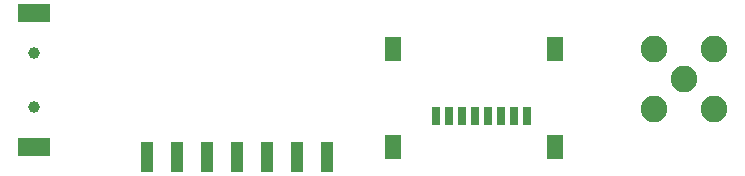
<source format=gbr>
%TF.GenerationSoftware,KiCad,Pcbnew,(5.1.9)-1*%
%TF.CreationDate,2021-02-04T12:19:42+01:00*%
%TF.ProjectId,DynaLoRa_Dongle,44796e61-4c6f-4526-915f-446f6e676c65,rev?*%
%TF.SameCoordinates,Original*%
%TF.FileFunction,Soldermask,Bot*%
%TF.FilePolarity,Negative*%
%FSLAX46Y46*%
G04 Gerber Fmt 4.6, Leading zero omitted, Abs format (unit mm)*
G04 Created by KiCad (PCBNEW (5.1.9)-1) date 2021-02-04 12:19:42*
%MOMM*%
%LPD*%
G01*
G04 APERTURE LIST*
%ADD10R,1.000000X2.510000*%
%ADD11C,2.250000*%
%ADD12R,0.800000X1.500000*%
%ADD13R,1.450000X2.000000*%
%ADD14R,2.700000X1.500000*%
%ADD15C,1.000000*%
G04 APERTURE END LIST*
D10*
%TO.C,J1*%
X44043600Y50643600D03*
X38963600Y50643600D03*
X33883600Y50643600D03*
X28803600Y50643600D03*
X41503600Y50643600D03*
X36423600Y50643600D03*
X31343600Y50643600D03*
%TD*%
D11*
%TO.C,J3*%
X74289400Y57251600D03*
X71749400Y54711600D03*
X76829400Y54711600D03*
X76829400Y59791600D03*
X71749400Y59791600D03*
%TD*%
D12*
%TO.C,J4*%
X53309400Y54076000D03*
X54409400Y54076000D03*
X55509400Y54076000D03*
X56609400Y54076000D03*
X57709400Y54076000D03*
X58809400Y54076000D03*
X59909400Y54076000D03*
X61009400Y54076000D03*
D13*
X63384400Y59776000D03*
X49634400Y59776000D03*
X49634400Y51476000D03*
X63384400Y51476000D03*
%TD*%
D14*
%TO.C,J2*%
X19216200Y62850000D03*
D15*
X19216200Y59450000D03*
D14*
X19216200Y51450000D03*
D15*
X19216200Y54850000D03*
%TD*%
M02*

</source>
